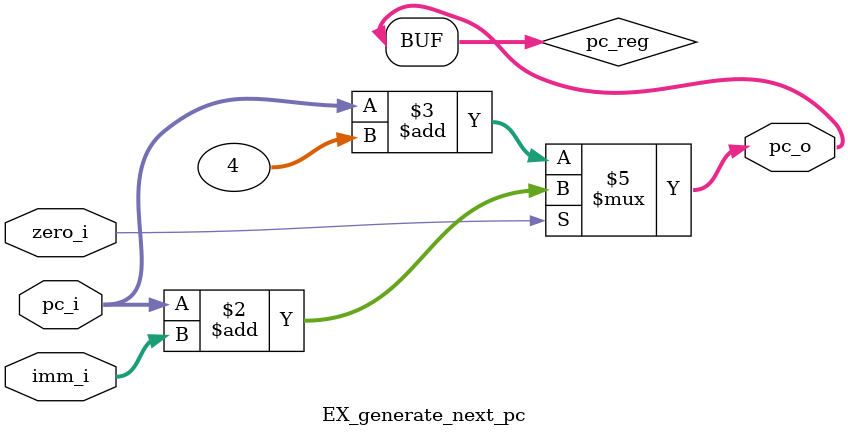
<source format=v>
module EX_generate_next_pc
(
    pc_i,
    imm_i,
    zero_i,
    pc_o
);

    input[31:0] pc_i;
    input[31:0] imm_i;
    input zero_i;
    output[31:0] pc_o;

    reg[31:0] pc_reg;
    assign pc_o = pc_reg;

    always@(*)
    begin
        if (zero_i) begin
            pc_reg <= pc_i + imm_i; 
        end
        else begin
            pc_reg <= pc_i + 32'd4;
        end
    end

endmodule
</source>
